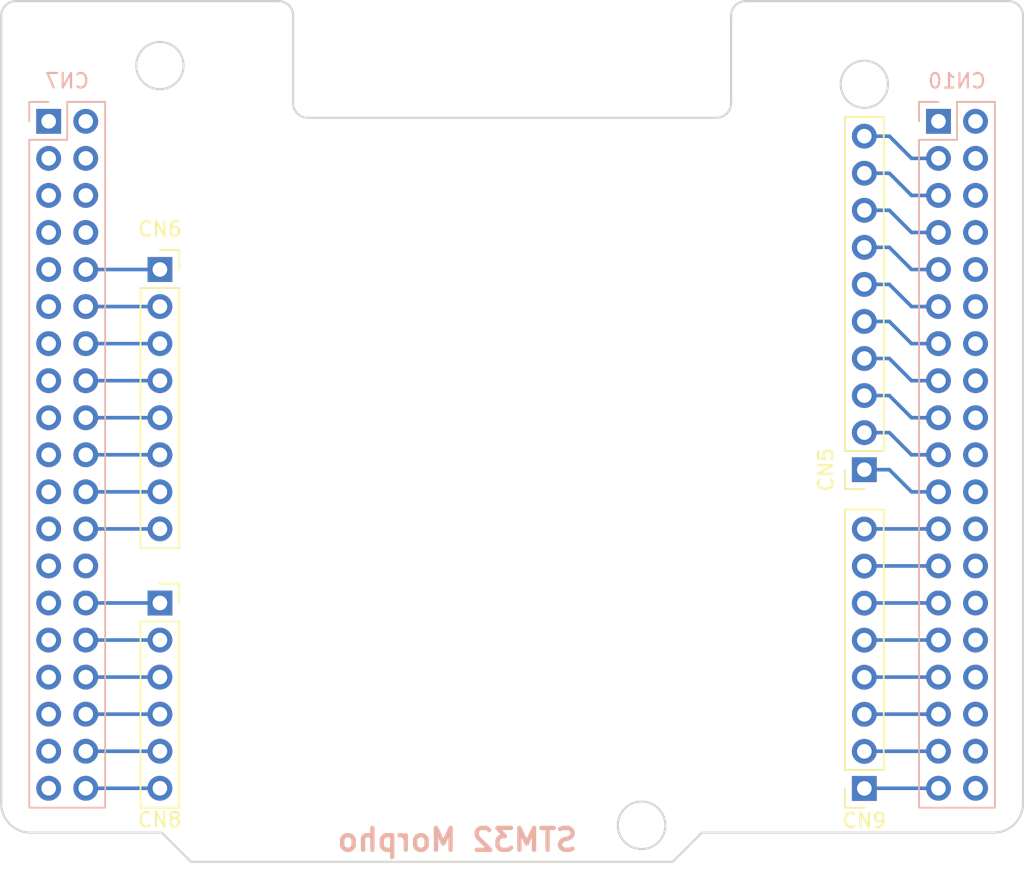
<source format=kicad_pcb>
(kicad_pcb (version 20171130) (host pcbnew 5.1.8+dfsg1-1~bpo10+1)

  (general
    (thickness 1.6)
    (drawings 26)
    (tracks 52)
    (zones 0)
    (modules 6)
    (nets 77)
  )

  (page A4)
  (layers
    (0 F.Cu signal)
    (31 B.Cu signal)
    (32 B.Adhes user)
    (33 F.Adhes user)
    (34 B.Paste user)
    (35 F.Paste user)
    (36 B.SilkS user)
    (37 F.SilkS user)
    (38 B.Mask user)
    (39 F.Mask user)
    (40 Dwgs.User user)
    (41 Cmts.User user)
    (42 Eco1.User user)
    (43 Eco2.User user)
    (44 Edge.Cuts user)
    (45 Margin user)
    (46 B.CrtYd user)
    (47 F.CrtYd user)
    (48 B.Fab user hide)
    (49 F.Fab user)
  )

  (setup
    (last_trace_width 0.25)
    (trace_clearance 0.2)
    (zone_clearance 0.508)
    (zone_45_only no)
    (trace_min 0.2)
    (via_size 0.6)
    (via_drill 0.4)
    (via_min_size 0.4)
    (via_min_drill 0.3)
    (uvia_size 0.3)
    (uvia_drill 0.1)
    (uvias_allowed no)
    (uvia_min_size 0.2)
    (uvia_min_drill 0.1)
    (edge_width 0.15)
    (segment_width 0.2)
    (pcb_text_width 0.3)
    (pcb_text_size 1.5 1.5)
    (mod_edge_width 0.15)
    (mod_text_size 1 1)
    (mod_text_width 0.15)
    (pad_size 1.524 1.524)
    (pad_drill 0.762)
    (pad_to_mask_clearance 0.2)
    (aux_axis_origin 130 120)
    (grid_origin 130 120)
    (visible_elements FFFFFF7F)
    (pcbplotparams
      (layerselection 0x00030_80000001)
      (usegerberextensions false)
      (usegerberattributes true)
      (usegerberadvancedattributes true)
      (creategerberjobfile true)
      (excludeedgelayer true)
      (linewidth 0.100000)
      (plotframeref false)
      (viasonmask false)
      (mode 1)
      (useauxorigin false)
      (hpglpennumber 1)
      (hpglpenspeed 20)
      (hpglpendiameter 15.000000)
      (psnegative false)
      (psa4output false)
      (plotreference true)
      (plotvalue true)
      (plotinvisibletext false)
      (padsonsilk false)
      (subtractmaskfromsilk false)
      (outputformat 1)
      (mirror false)
      (drillshape 1)
      (scaleselection 1)
      (outputdirectory ""))
  )

  (net 0 "")
  (net 1 "Net-(CN7-Pad1)")
  (net 2 "Net-(CN7-Pad2)")
  (net 3 "Net-(CN7-Pad3)")
  (net 4 "Net-(CN7-Pad4)")
  (net 5 "Net-(CN7-Pad5)")
  (net 6 "Net-(CN7-Pad6)")
  (net 7 "Net-(CN7-Pad7)")
  (net 8 "Net-(CN7-Pad8)")
  (net 9 "Net-(CN7-Pad9)")
  (net 10 "Net-(CN7-Pad11)")
  (net 11 "Net-(CN7-Pad13)")
  (net 12 "Net-(CN7-Pad15)")
  (net 13 "Net-(CN7-Pad17)")
  (net 14 "Net-(CN7-Pad19)")
  (net 15 "Net-(CN7-Pad21)")
  (net 16 "Net-(CN7-Pad23)")
  (net 17 "Net-(CN7-Pad25)")
  (net 18 "Net-(CN7-Pad26)")
  (net 19 "Net-(CN7-Pad27)")
  (net 20 "Net-(CN7-Pad28)")
  (net 21 "Net-(CN7-Pad29)")
  (net 22 "Net-(CN7-Pad30)")
  (net 23 "Net-(CN7-Pad31)")
  (net 24 "Net-(CN7-Pad32)")
  (net 25 "Net-(CN7-Pad33)")
  (net 26 "Net-(CN7-Pad34)")
  (net 27 "Net-(CN7-Pad35)")
  (net 28 "Net-(CN7-Pad36)")
  (net 29 "Net-(CN7-Pad37)")
  (net 30 "Net-(CN7-Pad38)")
  (net 31 "Net-(CN10-Pad1)")
  (net 32 "Net-(CN10-Pad2)")
  (net 33 "Net-(CN10-Pad3)")
  (net 34 "Net-(CN10-Pad4)")
  (net 35 "Net-(CN10-Pad5)")
  (net 36 "Net-(CN10-Pad6)")
  (net 37 "Net-(CN10-Pad7)")
  (net 38 "Net-(CN10-Pad8)")
  (net 39 "Net-(CN10-Pad9)")
  (net 40 "Net-(CN10-Pad10)")
  (net 41 "Net-(CN10-Pad11)")
  (net 42 "Net-(CN10-Pad12)")
  (net 43 "Net-(CN10-Pad13)")
  (net 44 "Net-(CN10-Pad14)")
  (net 45 "Net-(CN10-Pad15)")
  (net 46 "Net-(CN10-Pad16)")
  (net 47 "Net-(CN10-Pad17)")
  (net 48 "Net-(CN10-Pad18)")
  (net 49 "Net-(CN10-Pad19)")
  (net 50 "Net-(CN10-Pad20)")
  (net 51 "Net-(CN10-Pad21)")
  (net 52 "Net-(CN10-Pad22)")
  (net 53 "Net-(CN10-Pad23)")
  (net 54 "Net-(CN10-Pad24)")
  (net 55 "Net-(CN10-Pad25)")
  (net 56 "Net-(CN10-Pad26)")
  (net 57 "Net-(CN10-Pad27)")
  (net 58 "Net-(CN10-Pad28)")
  (net 59 "Net-(CN10-Pad29)")
  (net 60 "Net-(CN10-Pad30)")
  (net 61 "Net-(CN10-Pad31)")
  (net 62 "Net-(CN10-Pad32)")
  (net 63 "Net-(CN10-Pad33)")
  (net 64 "Net-(CN10-Pad34)")
  (net 65 "Net-(CN10-Pad35)")
  (net 66 "Net-(CN10-Pad36)")
  (net 67 "Net-(CN10-Pad37)")
  (net 68 "Net-(CN10-Pad38)")
  (net 69 "Net-(CN6-Pad8)")
  (net 70 "Net-(CN6-Pad7)")
  (net 71 "Net-(CN6-Pad6)")
  (net 72 "Net-(CN6-Pad5)")
  (net 73 "Net-(CN6-Pad4)")
  (net 74 "Net-(CN6-Pad3)")
  (net 75 "Net-(CN6-Pad2)")
  (net 76 "Net-(CN6-Pad1)")

  (net_class Default "This is the default net class."
    (clearance 0.2)
    (trace_width 0.25)
    (via_dia 0.6)
    (via_drill 0.4)
    (uvia_dia 0.3)
    (uvia_drill 0.1)
    (add_net "Net-(CN10-Pad1)")
    (add_net "Net-(CN10-Pad10)")
    (add_net "Net-(CN10-Pad11)")
    (add_net "Net-(CN10-Pad12)")
    (add_net "Net-(CN10-Pad13)")
    (add_net "Net-(CN10-Pad14)")
    (add_net "Net-(CN10-Pad15)")
    (add_net "Net-(CN10-Pad16)")
    (add_net "Net-(CN10-Pad17)")
    (add_net "Net-(CN10-Pad18)")
    (add_net "Net-(CN10-Pad19)")
    (add_net "Net-(CN10-Pad2)")
    (add_net "Net-(CN10-Pad20)")
    (add_net "Net-(CN10-Pad21)")
    (add_net "Net-(CN10-Pad22)")
    (add_net "Net-(CN10-Pad23)")
    (add_net "Net-(CN10-Pad24)")
    (add_net "Net-(CN10-Pad25)")
    (add_net "Net-(CN10-Pad26)")
    (add_net "Net-(CN10-Pad27)")
    (add_net "Net-(CN10-Pad28)")
    (add_net "Net-(CN10-Pad29)")
    (add_net "Net-(CN10-Pad3)")
    (add_net "Net-(CN10-Pad30)")
    (add_net "Net-(CN10-Pad31)")
    (add_net "Net-(CN10-Pad32)")
    (add_net "Net-(CN10-Pad33)")
    (add_net "Net-(CN10-Pad34)")
    (add_net "Net-(CN10-Pad35)")
    (add_net "Net-(CN10-Pad36)")
    (add_net "Net-(CN10-Pad37)")
    (add_net "Net-(CN10-Pad38)")
    (add_net "Net-(CN10-Pad4)")
    (add_net "Net-(CN10-Pad5)")
    (add_net "Net-(CN10-Pad6)")
    (add_net "Net-(CN10-Pad7)")
    (add_net "Net-(CN10-Pad8)")
    (add_net "Net-(CN10-Pad9)")
    (add_net "Net-(CN6-Pad1)")
    (add_net "Net-(CN6-Pad2)")
    (add_net "Net-(CN6-Pad3)")
    (add_net "Net-(CN6-Pad4)")
    (add_net "Net-(CN6-Pad5)")
    (add_net "Net-(CN6-Pad6)")
    (add_net "Net-(CN6-Pad7)")
    (add_net "Net-(CN6-Pad8)")
    (add_net "Net-(CN7-Pad1)")
    (add_net "Net-(CN7-Pad11)")
    (add_net "Net-(CN7-Pad13)")
    (add_net "Net-(CN7-Pad15)")
    (add_net "Net-(CN7-Pad17)")
    (add_net "Net-(CN7-Pad19)")
    (add_net "Net-(CN7-Pad2)")
    (add_net "Net-(CN7-Pad21)")
    (add_net "Net-(CN7-Pad23)")
    (add_net "Net-(CN7-Pad25)")
    (add_net "Net-(CN7-Pad26)")
    (add_net "Net-(CN7-Pad27)")
    (add_net "Net-(CN7-Pad28)")
    (add_net "Net-(CN7-Pad29)")
    (add_net "Net-(CN7-Pad3)")
    (add_net "Net-(CN7-Pad30)")
    (add_net "Net-(CN7-Pad31)")
    (add_net "Net-(CN7-Pad32)")
    (add_net "Net-(CN7-Pad33)")
    (add_net "Net-(CN7-Pad34)")
    (add_net "Net-(CN7-Pad35)")
    (add_net "Net-(CN7-Pad36)")
    (add_net "Net-(CN7-Pad37)")
    (add_net "Net-(CN7-Pad38)")
    (add_net "Net-(CN7-Pad4)")
    (add_net "Net-(CN7-Pad5)")
    (add_net "Net-(CN7-Pad6)")
    (add_net "Net-(CN7-Pad7)")
    (add_net "Net-(CN7-Pad8)")
    (add_net "Net-(CN7-Pad9)")
  )

  (module Connector_PinSocket_2.54mm:PinSocket_1x08_P2.54mm_Vertical (layer F.Cu) (tedit 5A19A420) (tstamp 606D72CC)
    (at 189.13 116.97 180)
    (descr "Through hole straight socket strip, 1x08, 2.54mm pitch, single row (from Kicad 4.0.7), script generated")
    (tags "Through hole socket strip THT 1x08 2.54mm single row")
    (path /60687881)
    (fp_text reference CN9 (at 0 -2.2) (layer F.SilkS)
      (effects (font (size 1 1) (thickness 0.15)))
    )
    (fp_text value Conn_01x08_Female (at 0 20.55) (layer F.Fab)
      (effects (font (size 1 1) (thickness 0.15)))
    )
    (fp_text user %R (at 0 8.89 90) (layer F.Fab)
      (effects (font (size 1 1) (thickness 0.15)))
    )
    (fp_line (start -1.27 -1.27) (end 0.635 -1.27) (layer F.Fab) (width 0.1))
    (fp_line (start 0.635 -1.27) (end 1.27 -0.635) (layer F.Fab) (width 0.1))
    (fp_line (start 1.27 -0.635) (end 1.27 19.05) (layer F.Fab) (width 0.1))
    (fp_line (start 1.27 19.05) (end -1.27 19.05) (layer F.Fab) (width 0.1))
    (fp_line (start -1.27 19.05) (end -1.27 -1.27) (layer F.Fab) (width 0.1))
    (fp_line (start -1.33 1.27) (end 1.33 1.27) (layer F.SilkS) (width 0.12))
    (fp_line (start -1.33 1.27) (end -1.33 19.11) (layer F.SilkS) (width 0.12))
    (fp_line (start -1.33 19.11) (end 1.33 19.11) (layer F.SilkS) (width 0.12))
    (fp_line (start 1.33 1.27) (end 1.33 19.11) (layer F.SilkS) (width 0.12))
    (fp_line (start 1.33 -1.33) (end 1.33 0) (layer F.SilkS) (width 0.12))
    (fp_line (start 0 -1.33) (end 1.33 -1.33) (layer F.SilkS) (width 0.12))
    (fp_line (start -1.8 -1.8) (end 1.75 -1.8) (layer F.CrtYd) (width 0.05))
    (fp_line (start 1.75 -1.8) (end 1.75 19.55) (layer F.CrtYd) (width 0.05))
    (fp_line (start 1.75 19.55) (end -1.8 19.55) (layer F.CrtYd) (width 0.05))
    (fp_line (start -1.8 19.55) (end -1.8 -1.8) (layer F.CrtYd) (width 0.05))
    (pad 1 thru_hole rect (at 0 0 180) (size 1.7 1.7) (drill 1) (layers *.Cu *.Mask)
      (net 67 "Net-(CN10-Pad37)"))
    (pad 2 thru_hole oval (at 0 2.54 180) (size 1.7 1.7) (drill 1) (layers *.Cu *.Mask)
      (net 65 "Net-(CN10-Pad35)"))
    (pad 3 thru_hole oval (at 0 5.08 180) (size 1.7 1.7) (drill 1) (layers *.Cu *.Mask)
      (net 63 "Net-(CN10-Pad33)"))
    (pad 4 thru_hole oval (at 0 7.62 180) (size 1.7 1.7) (drill 1) (layers *.Cu *.Mask)
      (net 61 "Net-(CN10-Pad31)"))
    (pad 5 thru_hole oval (at 0 10.16 180) (size 1.7 1.7) (drill 1) (layers *.Cu *.Mask)
      (net 59 "Net-(CN10-Pad29)"))
    (pad 6 thru_hole oval (at 0 12.7 180) (size 1.7 1.7) (drill 1) (layers *.Cu *.Mask)
      (net 57 "Net-(CN10-Pad27)"))
    (pad 7 thru_hole oval (at 0 15.24 180) (size 1.7 1.7) (drill 1) (layers *.Cu *.Mask)
      (net 55 "Net-(CN10-Pad25)"))
    (pad 8 thru_hole oval (at 0 17.78 180) (size 1.7 1.7) (drill 1) (layers *.Cu *.Mask)
      (net 53 "Net-(CN10-Pad23)"))
    (model ${KISYS3DMOD}/Connector_PinSocket_2.54mm.3dshapes/PinSocket_1x08_P2.54mm_Vertical.wrl
      (at (xyz 0 0 0))
      (scale (xyz 1 1 1))
      (rotate (xyz 0 0 0))
    )
  )

  (module Connector_PinSocket_2.54mm:PinSocket_1x10_P2.54mm_Vertical (layer F.Cu) (tedit 5A19A425) (tstamp 606D7145)
    (at 189.13 95.12 180)
    (descr "Through hole straight socket strip, 1x10, 2.54mm pitch, single row (from Kicad 4.0.7), script generated")
    (tags "Through hole socket strip THT 1x10 2.54mm single row")
    (path /60689832)
    (fp_text reference CN5 (at 2.63 -0.01 90) (layer F.SilkS)
      (effects (font (size 1 1) (thickness 0.15)))
    )
    (fp_text value Conn_01x10_Female (at 0 25.63) (layer F.Fab)
      (effects (font (size 1 1) (thickness 0.15)))
    )
    (fp_text user %R (at 0 11.43 90) (layer F.Fab)
      (effects (font (size 1 1) (thickness 0.15)))
    )
    (fp_line (start -1.27 -1.27) (end 0.635 -1.27) (layer F.Fab) (width 0.1))
    (fp_line (start 0.635 -1.27) (end 1.27 -0.635) (layer F.Fab) (width 0.1))
    (fp_line (start 1.27 -0.635) (end 1.27 24.13) (layer F.Fab) (width 0.1))
    (fp_line (start 1.27 24.13) (end -1.27 24.13) (layer F.Fab) (width 0.1))
    (fp_line (start -1.27 24.13) (end -1.27 -1.27) (layer F.Fab) (width 0.1))
    (fp_line (start -1.33 1.27) (end 1.33 1.27) (layer F.SilkS) (width 0.12))
    (fp_line (start -1.33 1.27) (end -1.33 24.19) (layer F.SilkS) (width 0.12))
    (fp_line (start -1.33 24.19) (end 1.33 24.19) (layer F.SilkS) (width 0.12))
    (fp_line (start 1.33 1.27) (end 1.33 24.19) (layer F.SilkS) (width 0.12))
    (fp_line (start 1.33 -1.33) (end 1.33 0) (layer F.SilkS) (width 0.12))
    (fp_line (start 0 -1.33) (end 1.33 -1.33) (layer F.SilkS) (width 0.12))
    (fp_line (start -1.8 -1.8) (end 1.75 -1.8) (layer F.CrtYd) (width 0.05))
    (fp_line (start 1.75 -1.8) (end 1.75 24.6) (layer F.CrtYd) (width 0.05))
    (fp_line (start 1.75 24.6) (end -1.8 24.6) (layer F.CrtYd) (width 0.05))
    (fp_line (start -1.8 24.6) (end -1.8 -1.8) (layer F.CrtYd) (width 0.05))
    (pad 1 thru_hole rect (at 0 0 180) (size 1.7 1.7) (drill 1) (layers *.Cu *.Mask)
      (net 51 "Net-(CN10-Pad21)"))
    (pad 2 thru_hole oval (at 0 2.54 180) (size 1.7 1.7) (drill 1) (layers *.Cu *.Mask)
      (net 49 "Net-(CN10-Pad19)"))
    (pad 3 thru_hole oval (at 0 5.08 180) (size 1.7 1.7) (drill 1) (layers *.Cu *.Mask)
      (net 47 "Net-(CN10-Pad17)"))
    (pad 4 thru_hole oval (at 0 7.62 180) (size 1.7 1.7) (drill 1) (layers *.Cu *.Mask)
      (net 45 "Net-(CN10-Pad15)"))
    (pad 5 thru_hole oval (at 0 10.16 180) (size 1.7 1.7) (drill 1) (layers *.Cu *.Mask)
      (net 43 "Net-(CN10-Pad13)"))
    (pad 6 thru_hole oval (at 0 12.7 180) (size 1.7 1.7) (drill 1) (layers *.Cu *.Mask)
      (net 41 "Net-(CN10-Pad11)"))
    (pad 7 thru_hole oval (at 0 15.24 180) (size 1.7 1.7) (drill 1) (layers *.Cu *.Mask)
      (net 39 "Net-(CN10-Pad9)"))
    (pad 8 thru_hole oval (at 0 17.78 180) (size 1.7 1.7) (drill 1) (layers *.Cu *.Mask)
      (net 37 "Net-(CN10-Pad7)"))
    (pad 9 thru_hole oval (at 0 20.32 180) (size 1.7 1.7) (drill 1) (layers *.Cu *.Mask)
      (net 35 "Net-(CN10-Pad5)"))
    (pad 10 thru_hole oval (at 0 22.86 180) (size 1.7 1.7) (drill 1) (layers *.Cu *.Mask)
      (net 33 "Net-(CN10-Pad3)"))
    (model ${KISYS3DMOD}/Connector_PinSocket_2.54mm.3dshapes/PinSocket_1x10_P2.54mm_Vertical.wrl
      (at (xyz 0 0 0))
      (scale (xyz 1 1 1))
      (rotate (xyz 0 0 0))
    )
  )

  (module Connector_PinSocket_2.54mm:PinSocket_1x06_P2.54mm_Vertical (layer F.Cu) (tedit 5A19A430) (tstamp 60691FF2)
    (at 140.87 104.26)
    (descr "Through hole straight socket strip, 1x06, 2.54mm pitch, single row (from Kicad 4.0.7), script generated")
    (tags "Through hole socket strip THT 1x06 2.54mm single row")
    (path /60683B20)
    (fp_text reference CN8 (at -0.01 14.87) (layer F.SilkS)
      (effects (font (size 1 1) (thickness 0.15)))
    )
    (fp_text value Conn_01x06_Female (at 0 15.47) (layer F.Fab)
      (effects (font (size 1 1) (thickness 0.15)))
    )
    (fp_line (start -1.8 14.45) (end -1.8 -1.8) (layer F.CrtYd) (width 0.05))
    (fp_line (start 1.75 14.45) (end -1.8 14.45) (layer F.CrtYd) (width 0.05))
    (fp_line (start 1.75 -1.8) (end 1.75 14.45) (layer F.CrtYd) (width 0.05))
    (fp_line (start -1.8 -1.8) (end 1.75 -1.8) (layer F.CrtYd) (width 0.05))
    (fp_line (start 0 -1.33) (end 1.33 -1.33) (layer F.SilkS) (width 0.12))
    (fp_line (start 1.33 -1.33) (end 1.33 0) (layer F.SilkS) (width 0.12))
    (fp_line (start 1.33 1.27) (end 1.33 14.03) (layer F.SilkS) (width 0.12))
    (fp_line (start -1.33 14.03) (end 1.33 14.03) (layer F.SilkS) (width 0.12))
    (fp_line (start -1.33 1.27) (end -1.33 14.03) (layer F.SilkS) (width 0.12))
    (fp_line (start -1.33 1.27) (end 1.33 1.27) (layer F.SilkS) (width 0.12))
    (fp_line (start -1.27 13.97) (end -1.27 -1.27) (layer F.Fab) (width 0.1))
    (fp_line (start 1.27 13.97) (end -1.27 13.97) (layer F.Fab) (width 0.1))
    (fp_line (start 1.27 -0.635) (end 1.27 13.97) (layer F.Fab) (width 0.1))
    (fp_line (start 0.635 -1.27) (end 1.27 -0.635) (layer F.Fab) (width 0.1))
    (fp_line (start -1.27 -1.27) (end 0.635 -1.27) (layer F.Fab) (width 0.1))
    (fp_text user %R (at 0 6.35 90) (layer F.Fab)
      (effects (font (size 1 1) (thickness 0.15)))
    )
    (pad 6 thru_hole oval (at 0 12.7) (size 1.7 1.7) (drill 1) (layers *.Cu *.Mask)
      (net 30 "Net-(CN7-Pad38)"))
    (pad 5 thru_hole oval (at 0 10.16) (size 1.7 1.7) (drill 1) (layers *.Cu *.Mask)
      (net 28 "Net-(CN7-Pad36)"))
    (pad 4 thru_hole oval (at 0 7.62) (size 1.7 1.7) (drill 1) (layers *.Cu *.Mask)
      (net 26 "Net-(CN7-Pad34)"))
    (pad 3 thru_hole oval (at 0 5.08) (size 1.7 1.7) (drill 1) (layers *.Cu *.Mask)
      (net 24 "Net-(CN7-Pad32)"))
    (pad 2 thru_hole oval (at 0 2.54) (size 1.7 1.7) (drill 1) (layers *.Cu *.Mask)
      (net 22 "Net-(CN7-Pad30)"))
    (pad 1 thru_hole rect (at 0 0) (size 1.7 1.7) (drill 1) (layers *.Cu *.Mask)
      (net 20 "Net-(CN7-Pad28)"))
    (model ${KISYS3DMOD}/Connector_PinSocket_2.54mm.3dshapes/PinSocket_1x06_P2.54mm_Vertical.wrl
      (at (xyz 0 0 0))
      (scale (xyz 1 1 1))
      (rotate (xyz 0 0 0))
    )
  )

  (module Connector_PinSocket_2.54mm:PinSocket_1x08_P2.54mm_Vertical (layer F.Cu) (tedit 5A19A420) (tstamp 606D793B)
    (at 140.87 81.4)
    (descr "Through hole straight socket strip, 1x08, 2.54mm pitch, single row (from Kicad 4.0.7), script generated")
    (tags "Through hole socket strip THT 1x08 2.54mm single row")
    (path /606861C2)
    (fp_text reference CN6 (at 0 -2.77) (layer F.SilkS)
      (effects (font (size 1 1) (thickness 0.15)))
    )
    (fp_text value Conn_01x08_Female (at 0 20.55) (layer F.Fab)
      (effects (font (size 1 1) (thickness 0.15)))
    )
    (fp_line (start -1.8 19.55) (end -1.8 -1.8) (layer F.CrtYd) (width 0.05))
    (fp_line (start 1.75 19.55) (end -1.8 19.55) (layer F.CrtYd) (width 0.05))
    (fp_line (start 1.75 -1.8) (end 1.75 19.55) (layer F.CrtYd) (width 0.05))
    (fp_line (start -1.8 -1.8) (end 1.75 -1.8) (layer F.CrtYd) (width 0.05))
    (fp_line (start 0 -1.33) (end 1.33 -1.33) (layer F.SilkS) (width 0.12))
    (fp_line (start 1.33 -1.33) (end 1.33 0) (layer F.SilkS) (width 0.12))
    (fp_line (start 1.33 1.27) (end 1.33 19.11) (layer F.SilkS) (width 0.12))
    (fp_line (start -1.33 19.11) (end 1.33 19.11) (layer F.SilkS) (width 0.12))
    (fp_line (start -1.33 1.27) (end -1.33 19.11) (layer F.SilkS) (width 0.12))
    (fp_line (start -1.33 1.27) (end 1.33 1.27) (layer F.SilkS) (width 0.12))
    (fp_line (start -1.27 19.05) (end -1.27 -1.27) (layer F.Fab) (width 0.1))
    (fp_line (start 1.27 19.05) (end -1.27 19.05) (layer F.Fab) (width 0.1))
    (fp_line (start 1.27 -0.635) (end 1.27 19.05) (layer F.Fab) (width 0.1))
    (fp_line (start 0.635 -1.27) (end 1.27 -0.635) (layer F.Fab) (width 0.1))
    (fp_line (start -1.27 -1.27) (end 0.635 -1.27) (layer F.Fab) (width 0.1))
    (fp_text user %R (at 0 8.89 90) (layer F.Fab)
      (effects (font (size 1 1) (thickness 0.15)))
    )
    (pad 8 thru_hole oval (at 0 17.78) (size 1.7 1.7) (drill 1) (layers *.Cu *.Mask)
      (net 69 "Net-(CN6-Pad8)"))
    (pad 7 thru_hole oval (at 0 15.24) (size 1.7 1.7) (drill 1) (layers *.Cu *.Mask)
      (net 70 "Net-(CN6-Pad7)"))
    (pad 6 thru_hole oval (at 0 12.7) (size 1.7 1.7) (drill 1) (layers *.Cu *.Mask)
      (net 71 "Net-(CN6-Pad6)"))
    (pad 5 thru_hole oval (at 0 10.16) (size 1.7 1.7) (drill 1) (layers *.Cu *.Mask)
      (net 72 "Net-(CN6-Pad5)"))
    (pad 4 thru_hole oval (at 0 7.62) (size 1.7 1.7) (drill 1) (layers *.Cu *.Mask)
      (net 73 "Net-(CN6-Pad4)"))
    (pad 3 thru_hole oval (at 0 5.08) (size 1.7 1.7) (drill 1) (layers *.Cu *.Mask)
      (net 74 "Net-(CN6-Pad3)"))
    (pad 2 thru_hole oval (at 0 2.54) (size 1.7 1.7) (drill 1) (layers *.Cu *.Mask)
      (net 75 "Net-(CN6-Pad2)"))
    (pad 1 thru_hole rect (at 0 0) (size 1.7 1.7) (drill 1) (layers *.Cu *.Mask)
      (net 76 "Net-(CN6-Pad1)"))
    (model ${KISYS3DMOD}/Connector_PinSocket_2.54mm.3dshapes/PinSocket_1x08_P2.54mm_Vertical.wrl
      (at (xyz 0 0 0))
      (scale (xyz 1 1 1))
      (rotate (xyz 0 0 0))
    )
  )

  (module Connector_PinSocket_2.54mm:PinSocket_2x19_P2.54mm_Vertical (layer B.Cu) (tedit 5A19A42E) (tstamp 6068FB79)
    (at 194.21 71.24 180)
    (descr "Through hole straight socket strip, 2x19, 2.54mm pitch, double cols (from Kicad 4.0.7), script generated")
    (tags "Through hole socket strip THT 2x19 2.54mm double row")
    (path /5F9F448E)
    (fp_text reference CN10 (at -1.27 2.77) (layer B.SilkS)
      (effects (font (size 1 1) (thickness 0.15)) (justify mirror))
    )
    (fp_text value Conn_02x19_Odd_Even (at -1.27 -48.49) (layer B.Fab)
      (effects (font (size 1 1) (thickness 0.15)) (justify mirror))
    )
    (fp_line (start -4.34 -47.5) (end -4.34 1.8) (layer B.CrtYd) (width 0.05))
    (fp_line (start 1.76 -47.5) (end -4.34 -47.5) (layer B.CrtYd) (width 0.05))
    (fp_line (start 1.76 1.8) (end 1.76 -47.5) (layer B.CrtYd) (width 0.05))
    (fp_line (start -4.34 1.8) (end 1.76 1.8) (layer B.CrtYd) (width 0.05))
    (fp_line (start 0 1.33) (end 1.33 1.33) (layer B.SilkS) (width 0.12))
    (fp_line (start 1.33 1.33) (end 1.33 0) (layer B.SilkS) (width 0.12))
    (fp_line (start -1.27 1.33) (end -1.27 -1.27) (layer B.SilkS) (width 0.12))
    (fp_line (start -1.27 -1.27) (end 1.33 -1.27) (layer B.SilkS) (width 0.12))
    (fp_line (start 1.33 -1.27) (end 1.33 -47.05) (layer B.SilkS) (width 0.12))
    (fp_line (start -3.87 -47.05) (end 1.33 -47.05) (layer B.SilkS) (width 0.12))
    (fp_line (start -3.87 1.33) (end -3.87 -47.05) (layer B.SilkS) (width 0.12))
    (fp_line (start -3.87 1.33) (end -1.27 1.33) (layer B.SilkS) (width 0.12))
    (fp_line (start -3.81 -46.99) (end -3.81 1.27) (layer B.Fab) (width 0.1))
    (fp_line (start 1.27 -46.99) (end -3.81 -46.99) (layer B.Fab) (width 0.1))
    (fp_line (start 1.27 0.27) (end 1.27 -46.99) (layer B.Fab) (width 0.1))
    (fp_line (start 0.27 1.27) (end 1.27 0.27) (layer B.Fab) (width 0.1))
    (fp_line (start -3.81 1.27) (end 0.27 1.27) (layer B.Fab) (width 0.1))
    (fp_text user %R (at -1.27 -22.86 270) (layer B.Fab)
      (effects (font (size 1 1) (thickness 0.15)) (justify mirror))
    )
    (pad 38 thru_hole oval (at -2.54 -45.72 180) (size 1.7 1.7) (drill 1) (layers *.Cu *.Mask)
      (net 68 "Net-(CN10-Pad38)"))
    (pad 37 thru_hole oval (at 0 -45.72 180) (size 1.7 1.7) (drill 1) (layers *.Cu *.Mask)
      (net 67 "Net-(CN10-Pad37)"))
    (pad 36 thru_hole oval (at -2.54 -43.18 180) (size 1.7 1.7) (drill 1) (layers *.Cu *.Mask)
      (net 66 "Net-(CN10-Pad36)"))
    (pad 35 thru_hole oval (at 0 -43.18 180) (size 1.7 1.7) (drill 1) (layers *.Cu *.Mask)
      (net 65 "Net-(CN10-Pad35)"))
    (pad 34 thru_hole oval (at -2.54 -40.64 180) (size 1.7 1.7) (drill 1) (layers *.Cu *.Mask)
      (net 64 "Net-(CN10-Pad34)"))
    (pad 33 thru_hole oval (at 0 -40.64 180) (size 1.7 1.7) (drill 1) (layers *.Cu *.Mask)
      (net 63 "Net-(CN10-Pad33)"))
    (pad 32 thru_hole oval (at -2.54 -38.1 180) (size 1.7 1.7) (drill 1) (layers *.Cu *.Mask)
      (net 62 "Net-(CN10-Pad32)"))
    (pad 31 thru_hole oval (at 0 -38.1 180) (size 1.7 1.7) (drill 1) (layers *.Cu *.Mask)
      (net 61 "Net-(CN10-Pad31)"))
    (pad 30 thru_hole oval (at -2.54 -35.56 180) (size 1.7 1.7) (drill 1) (layers *.Cu *.Mask)
      (net 60 "Net-(CN10-Pad30)"))
    (pad 29 thru_hole oval (at 0 -35.56 180) (size 1.7 1.7) (drill 1) (layers *.Cu *.Mask)
      (net 59 "Net-(CN10-Pad29)"))
    (pad 28 thru_hole oval (at -2.54 -33.02 180) (size 1.7 1.7) (drill 1) (layers *.Cu *.Mask)
      (net 58 "Net-(CN10-Pad28)"))
    (pad 27 thru_hole oval (at 0 -33.02 180) (size 1.7 1.7) (drill 1) (layers *.Cu *.Mask)
      (net 57 "Net-(CN10-Pad27)"))
    (pad 26 thru_hole oval (at -2.54 -30.48 180) (size 1.7 1.7) (drill 1) (layers *.Cu *.Mask)
      (net 56 "Net-(CN10-Pad26)"))
    (pad 25 thru_hole oval (at 0 -30.48 180) (size 1.7 1.7) (drill 1) (layers *.Cu *.Mask)
      (net 55 "Net-(CN10-Pad25)"))
    (pad 24 thru_hole oval (at -2.54 -27.94 180) (size 1.7 1.7) (drill 1) (layers *.Cu *.Mask)
      (net 54 "Net-(CN10-Pad24)"))
    (pad 23 thru_hole oval (at 0 -27.94 180) (size 1.7 1.7) (drill 1) (layers *.Cu *.Mask)
      (net 53 "Net-(CN10-Pad23)"))
    (pad 22 thru_hole oval (at -2.54 -25.4 180) (size 1.7 1.7) (drill 1) (layers *.Cu *.Mask)
      (net 52 "Net-(CN10-Pad22)"))
    (pad 21 thru_hole oval (at 0 -25.4 180) (size 1.7 1.7) (drill 1) (layers *.Cu *.Mask)
      (net 51 "Net-(CN10-Pad21)"))
    (pad 20 thru_hole oval (at -2.54 -22.86 180) (size 1.7 1.7) (drill 1) (layers *.Cu *.Mask)
      (net 50 "Net-(CN10-Pad20)"))
    (pad 19 thru_hole oval (at 0 -22.86 180) (size 1.7 1.7) (drill 1) (layers *.Cu *.Mask)
      (net 49 "Net-(CN10-Pad19)"))
    (pad 18 thru_hole oval (at -2.54 -20.32 180) (size 1.7 1.7) (drill 1) (layers *.Cu *.Mask)
      (net 48 "Net-(CN10-Pad18)"))
    (pad 17 thru_hole oval (at 0 -20.32 180) (size 1.7 1.7) (drill 1) (layers *.Cu *.Mask)
      (net 47 "Net-(CN10-Pad17)"))
    (pad 16 thru_hole oval (at -2.54 -17.78 180) (size 1.7 1.7) (drill 1) (layers *.Cu *.Mask)
      (net 46 "Net-(CN10-Pad16)"))
    (pad 15 thru_hole oval (at 0 -17.78 180) (size 1.7 1.7) (drill 1) (layers *.Cu *.Mask)
      (net 45 "Net-(CN10-Pad15)"))
    (pad 14 thru_hole oval (at -2.54 -15.24 180) (size 1.7 1.7) (drill 1) (layers *.Cu *.Mask)
      (net 44 "Net-(CN10-Pad14)"))
    (pad 13 thru_hole oval (at 0 -15.24 180) (size 1.7 1.7) (drill 1) (layers *.Cu *.Mask)
      (net 43 "Net-(CN10-Pad13)"))
    (pad 12 thru_hole oval (at -2.54 -12.7 180) (size 1.7 1.7) (drill 1) (layers *.Cu *.Mask)
      (net 42 "Net-(CN10-Pad12)"))
    (pad 11 thru_hole oval (at 0 -12.7 180) (size 1.7 1.7) (drill 1) (layers *.Cu *.Mask)
      (net 41 "Net-(CN10-Pad11)"))
    (pad 10 thru_hole oval (at -2.54 -10.16 180) (size 1.7 1.7) (drill 1) (layers *.Cu *.Mask)
      (net 40 "Net-(CN10-Pad10)"))
    (pad 9 thru_hole oval (at 0 -10.16 180) (size 1.7 1.7) (drill 1) (layers *.Cu *.Mask)
      (net 39 "Net-(CN10-Pad9)"))
    (pad 8 thru_hole oval (at -2.54 -7.62 180) (size 1.7 1.7) (drill 1) (layers *.Cu *.Mask)
      (net 38 "Net-(CN10-Pad8)"))
    (pad 7 thru_hole oval (at 0 -7.62 180) (size 1.7 1.7) (drill 1) (layers *.Cu *.Mask)
      (net 37 "Net-(CN10-Pad7)"))
    (pad 6 thru_hole oval (at -2.54 -5.08 180) (size 1.7 1.7) (drill 1) (layers *.Cu *.Mask)
      (net 36 "Net-(CN10-Pad6)"))
    (pad 5 thru_hole oval (at 0 -5.08 180) (size 1.7 1.7) (drill 1) (layers *.Cu *.Mask)
      (net 35 "Net-(CN10-Pad5)"))
    (pad 4 thru_hole oval (at -2.54 -2.54 180) (size 1.7 1.7) (drill 1) (layers *.Cu *.Mask)
      (net 34 "Net-(CN10-Pad4)"))
    (pad 3 thru_hole oval (at 0 -2.54 180) (size 1.7 1.7) (drill 1) (layers *.Cu *.Mask)
      (net 33 "Net-(CN10-Pad3)"))
    (pad 2 thru_hole oval (at -2.54 0 180) (size 1.7 1.7) (drill 1) (layers *.Cu *.Mask)
      (net 32 "Net-(CN10-Pad2)"))
    (pad 1 thru_hole rect (at 0 0 180) (size 1.7 1.7) (drill 1) (layers *.Cu *.Mask)
      (net 31 "Net-(CN10-Pad1)"))
    (model ${KISYS3DMOD}/Connector_PinSocket_2.54mm.3dshapes/PinSocket_2x19_P2.54mm_Vertical.wrl
      (at (xyz 0 0 0))
      (scale (xyz 1 1 1))
      (rotate (xyz 0 0 0))
    )
  )

  (module Connector_PinSocket_2.54mm:PinSocket_2x19_P2.54mm_Vertical (layer B.Cu) (tedit 5A19A42E) (tstamp 6068FC3C)
    (at 133.25 71.24 180)
    (descr "Through hole straight socket strip, 2x19, 2.54mm pitch, double cols (from Kicad 4.0.7), script generated")
    (tags "Through hole socket strip THT 2x19 2.54mm double row")
    (path /5F9F2DD0)
    (fp_text reference CN7 (at -1.27 2.77) (layer B.SilkS)
      (effects (font (size 1 1) (thickness 0.15)) (justify mirror))
    )
    (fp_text value Conn_02x19_Odd_Even (at -1.27 -48.49) (layer B.Fab)
      (effects (font (size 1 1) (thickness 0.15)) (justify mirror))
    )
    (fp_line (start -4.34 -47.5) (end -4.34 1.8) (layer B.CrtYd) (width 0.05))
    (fp_line (start 1.76 -47.5) (end -4.34 -47.5) (layer B.CrtYd) (width 0.05))
    (fp_line (start 1.76 1.8) (end 1.76 -47.5) (layer B.CrtYd) (width 0.05))
    (fp_line (start -4.34 1.8) (end 1.76 1.8) (layer B.CrtYd) (width 0.05))
    (fp_line (start 0 1.33) (end 1.33 1.33) (layer B.SilkS) (width 0.12))
    (fp_line (start 1.33 1.33) (end 1.33 0) (layer B.SilkS) (width 0.12))
    (fp_line (start -1.27 1.33) (end -1.27 -1.27) (layer B.SilkS) (width 0.12))
    (fp_line (start -1.27 -1.27) (end 1.33 -1.27) (layer B.SilkS) (width 0.12))
    (fp_line (start 1.33 -1.27) (end 1.33 -47.05) (layer B.SilkS) (width 0.12))
    (fp_line (start -3.87 -47.05) (end 1.33 -47.05) (layer B.SilkS) (width 0.12))
    (fp_line (start -3.87 1.33) (end -3.87 -47.05) (layer B.SilkS) (width 0.12))
    (fp_line (start -3.87 1.33) (end -1.27 1.33) (layer B.SilkS) (width 0.12))
    (fp_line (start -3.81 -46.99) (end -3.81 1.27) (layer B.Fab) (width 0.1))
    (fp_line (start 1.27 -46.99) (end -3.81 -46.99) (layer B.Fab) (width 0.1))
    (fp_line (start 1.27 0.27) (end 1.27 -46.99) (layer B.Fab) (width 0.1))
    (fp_line (start 0.27 1.27) (end 1.27 0.27) (layer B.Fab) (width 0.1))
    (fp_line (start -3.81 1.27) (end 0.27 1.27) (layer B.Fab) (width 0.1))
    (fp_text user %R (at -1.27 -22.86 270) (layer B.Fab)
      (effects (font (size 1 1) (thickness 0.15)) (justify mirror))
    )
    (pad 38 thru_hole oval (at -2.54 -45.72 180) (size 1.7 1.7) (drill 1) (layers *.Cu *.Mask)
      (net 30 "Net-(CN7-Pad38)"))
    (pad 37 thru_hole oval (at 0 -45.72 180) (size 1.7 1.7) (drill 1) (layers *.Cu *.Mask)
      (net 29 "Net-(CN7-Pad37)"))
    (pad 36 thru_hole oval (at -2.54 -43.18 180) (size 1.7 1.7) (drill 1) (layers *.Cu *.Mask)
      (net 28 "Net-(CN7-Pad36)"))
    (pad 35 thru_hole oval (at 0 -43.18 180) (size 1.7 1.7) (drill 1) (layers *.Cu *.Mask)
      (net 27 "Net-(CN7-Pad35)"))
    (pad 34 thru_hole oval (at -2.54 -40.64 180) (size 1.7 1.7) (drill 1) (layers *.Cu *.Mask)
      (net 26 "Net-(CN7-Pad34)"))
    (pad 33 thru_hole oval (at 0 -40.64 180) (size 1.7 1.7) (drill 1) (layers *.Cu *.Mask)
      (net 25 "Net-(CN7-Pad33)"))
    (pad 32 thru_hole oval (at -2.54 -38.1 180) (size 1.7 1.7) (drill 1) (layers *.Cu *.Mask)
      (net 24 "Net-(CN7-Pad32)"))
    (pad 31 thru_hole oval (at 0 -38.1 180) (size 1.7 1.7) (drill 1) (layers *.Cu *.Mask)
      (net 23 "Net-(CN7-Pad31)"))
    (pad 30 thru_hole oval (at -2.54 -35.56 180) (size 1.7 1.7) (drill 1) (layers *.Cu *.Mask)
      (net 22 "Net-(CN7-Pad30)"))
    (pad 29 thru_hole oval (at 0 -35.56 180) (size 1.7 1.7) (drill 1) (layers *.Cu *.Mask)
      (net 21 "Net-(CN7-Pad29)"))
    (pad 28 thru_hole oval (at -2.54 -33.02 180) (size 1.7 1.7) (drill 1) (layers *.Cu *.Mask)
      (net 20 "Net-(CN7-Pad28)"))
    (pad 27 thru_hole oval (at 0 -33.02 180) (size 1.7 1.7) (drill 1) (layers *.Cu *.Mask)
      (net 19 "Net-(CN7-Pad27)"))
    (pad 26 thru_hole oval (at -2.54 -30.48 180) (size 1.7 1.7) (drill 1) (layers *.Cu *.Mask)
      (net 18 "Net-(CN7-Pad26)"))
    (pad 25 thru_hole oval (at 0 -30.48 180) (size 1.7 1.7) (drill 1) (layers *.Cu *.Mask)
      (net 17 "Net-(CN7-Pad25)"))
    (pad 24 thru_hole oval (at -2.54 -27.94 180) (size 1.7 1.7) (drill 1) (layers *.Cu *.Mask)
      (net 69 "Net-(CN6-Pad8)"))
    (pad 23 thru_hole oval (at 0 -27.94 180) (size 1.7 1.7) (drill 1) (layers *.Cu *.Mask)
      (net 16 "Net-(CN7-Pad23)"))
    (pad 22 thru_hole oval (at -2.54 -25.4 180) (size 1.7 1.7) (drill 1) (layers *.Cu *.Mask)
      (net 70 "Net-(CN6-Pad7)"))
    (pad 21 thru_hole oval (at 0 -25.4 180) (size 1.7 1.7) (drill 1) (layers *.Cu *.Mask)
      (net 15 "Net-(CN7-Pad21)"))
    (pad 20 thru_hole oval (at -2.54 -22.86 180) (size 1.7 1.7) (drill 1) (layers *.Cu *.Mask)
      (net 71 "Net-(CN6-Pad6)"))
    (pad 19 thru_hole oval (at 0 -22.86 180) (size 1.7 1.7) (drill 1) (layers *.Cu *.Mask)
      (net 14 "Net-(CN7-Pad19)"))
    (pad 18 thru_hole oval (at -2.54 -20.32 180) (size 1.7 1.7) (drill 1) (layers *.Cu *.Mask)
      (net 72 "Net-(CN6-Pad5)"))
    (pad 17 thru_hole oval (at 0 -20.32 180) (size 1.7 1.7) (drill 1) (layers *.Cu *.Mask)
      (net 13 "Net-(CN7-Pad17)"))
    (pad 16 thru_hole oval (at -2.54 -17.78 180) (size 1.7 1.7) (drill 1) (layers *.Cu *.Mask)
      (net 73 "Net-(CN6-Pad4)"))
    (pad 15 thru_hole oval (at 0 -17.78 180) (size 1.7 1.7) (drill 1) (layers *.Cu *.Mask)
      (net 12 "Net-(CN7-Pad15)"))
    (pad 14 thru_hole oval (at -2.54 -15.24 180) (size 1.7 1.7) (drill 1) (layers *.Cu *.Mask)
      (net 74 "Net-(CN6-Pad3)"))
    (pad 13 thru_hole oval (at 0 -15.24 180) (size 1.7 1.7) (drill 1) (layers *.Cu *.Mask)
      (net 11 "Net-(CN7-Pad13)"))
    (pad 12 thru_hole oval (at -2.54 -12.7 180) (size 1.7 1.7) (drill 1) (layers *.Cu *.Mask)
      (net 75 "Net-(CN6-Pad2)"))
    (pad 11 thru_hole oval (at 0 -12.7 180) (size 1.7 1.7) (drill 1) (layers *.Cu *.Mask)
      (net 10 "Net-(CN7-Pad11)"))
    (pad 10 thru_hole oval (at -2.54 -10.16 180) (size 1.7 1.7) (drill 1) (layers *.Cu *.Mask)
      (net 76 "Net-(CN6-Pad1)"))
    (pad 9 thru_hole oval (at 0 -10.16 180) (size 1.7 1.7) (drill 1) (layers *.Cu *.Mask)
      (net 9 "Net-(CN7-Pad9)"))
    (pad 8 thru_hole oval (at -2.54 -7.62 180) (size 1.7 1.7) (drill 1) (layers *.Cu *.Mask)
      (net 8 "Net-(CN7-Pad8)"))
    (pad 7 thru_hole oval (at 0 -7.62 180) (size 1.7 1.7) (drill 1) (layers *.Cu *.Mask)
      (net 7 "Net-(CN7-Pad7)"))
    (pad 6 thru_hole oval (at -2.54 -5.08 180) (size 1.7 1.7) (drill 1) (layers *.Cu *.Mask)
      (net 6 "Net-(CN7-Pad6)"))
    (pad 5 thru_hole oval (at 0 -5.08 180) (size 1.7 1.7) (drill 1) (layers *.Cu *.Mask)
      (net 5 "Net-(CN7-Pad5)"))
    (pad 4 thru_hole oval (at -2.54 -2.54 180) (size 1.7 1.7) (drill 1) (layers *.Cu *.Mask)
      (net 4 "Net-(CN7-Pad4)"))
    (pad 3 thru_hole oval (at 0 -2.54 180) (size 1.7 1.7) (drill 1) (layers *.Cu *.Mask)
      (net 3 "Net-(CN7-Pad3)"))
    (pad 2 thru_hole oval (at -2.54 0 180) (size 1.7 1.7) (drill 1) (layers *.Cu *.Mask)
      (net 2 "Net-(CN7-Pad2)"))
    (pad 1 thru_hole rect (at 0 0 180) (size 1.7 1.7) (drill 1) (layers *.Cu *.Mask)
      (net 1 "Net-(CN7-Pad1)"))
    (model ${KISYS3DMOD}/Connector_PinSocket_2.54mm.3dshapes/PinSocket_2x19_P2.54mm_Vertical.wrl
      (at (xyz 0 0 0))
      (scale (xyz 1 1 1))
      (rotate (xyz 0 0 0))
    )
  )

  (dimension 10.87 (width 0.15) (layer Dwgs.User)
    (gr_text "10,870 mm" (at 135.425 124.24) (layer Dwgs.User)
      (effects (font (size 1 1) (thickness 0.15)))
    )
    (feature1 (pts (xy 140.86 117.01) (xy 140.86 123.526421)))
    (feature2 (pts (xy 129.99 117.01) (xy 129.99 123.526421)))
    (crossbar (pts (xy 129.99 122.94) (xy 140.86 122.94)))
    (arrow1a (pts (xy 140.86 122.94) (xy 139.733496 123.526421)))
    (arrow1b (pts (xy 140.86 122.94) (xy 139.733496 122.353579)))
    (arrow2a (pts (xy 129.99 122.94) (xy 131.116504 123.526421)))
    (arrow2b (pts (xy 129.99 122.94) (xy 131.116504 122.353579)))
  )
  (gr_text "STM32 Morpho" (at 161.25 120.5) (layer B.SilkS) (tstamp 6068FBF9)
    (effects (font (size 1.5 1.5) (thickness 0.3)) (justify mirror))
  )
  (gr_text ®©® (at 146.75 120.5) (layer B.Mask) (tstamp 6068FB3C)
    (effects (font (size 1.5 1.5) (thickness 0.3)) (justify mirror))
  )
  (gr_circle (center 189.13 68.7) (end 190.75 68.7) (layer Edge.Cuts) (width 0.15) (tstamp 6068FB15))
  (gr_circle (center 140.87 67.42) (end 142.49 67.42) (layer Edge.Cuts) (width 0.15) (tstamp 6068FB2D))
  (gr_circle (center 173.87 119.5) (end 175.5 119.5) (layer Edge.Cuts) (width 0.15) (tstamp 6068FCB3))
  (gr_arc (start 132 118) (end 132 120) (angle 90) (layer Edge.Cuts) (width 0.15) (tstamp 6068FBFC))
  (gr_arc (start 198 118) (end 200 118) (angle 90) (layer Edge.Cuts) (width 0.15) (tstamp 6068FCB9))
  (gr_arc (start 199 64) (end 199 63) (angle 90) (layer Edge.Cuts) (width 0.15) (tstamp 6068FBF3))
  (gr_arc (start 181 64) (end 180 64) (angle 90) (layer Edge.Cuts) (width 0.15) (tstamp 6068FB39))
  (gr_arc (start 179 70) (end 180 70) (angle 90) (layer Edge.Cuts) (width 0.15) (tstamp 6068FB27))
  (gr_arc (start 151 70) (end 151 71) (angle 90) (layer Edge.Cuts) (width 0.15) (tstamp 6068FB30))
  (gr_arc (start 149 64) (end 149 63) (angle 90) (layer Edge.Cuts) (width 0.15) (tstamp 6068FB1B))
  (gr_arc (start 131 64) (end 130 64) (angle 90) (layer Edge.Cuts) (width 0.15) (tstamp 6068FB36))
  (gr_line (start 179 71) (end 151 71) (layer Edge.Cuts) (width 0.15) (tstamp 6068FB2A))
  (gr_line (start 180 64) (end 180 70) (layer Edge.Cuts) (width 0.15) (tstamp 6068FB18))
  (gr_line (start 199 63) (end 181 63) (layer Edge.Cuts) (width 0.15) (tstamp 6068FCB6))
  (gr_line (start 200 118) (end 200 64) (layer Edge.Cuts) (width 0.15) (tstamp 6068FB21))
  (gr_line (start 150 64) (end 150 70) (layer Edge.Cuts) (width 0.15) (tstamp 6068FBFF))
  (gr_line (start 131 63) (end 149 63) (layer Edge.Cuts) (width 0.15) (tstamp 6068FBF0))
  (gr_line (start 130 118) (end 130 64) (layer Edge.Cuts) (width 0.15) (tstamp 6068FB24))
  (gr_line (start 178 120) (end 198 120) (layer Edge.Cuts) (width 0.15) (tstamp 6068FB33))
  (gr_line (start 176 122) (end 178 120) (layer Edge.Cuts) (width 0.15) (tstamp 6068FB1E))
  (gr_line (start 143 122) (end 176 122) (layer Edge.Cuts) (width 0.15) (tstamp 6068FCBC))
  (gr_line (start 141 120) (end 143 122) (layer Edge.Cuts) (width 0.15) (tstamp 6068FBF6))
  (gr_line (start 132 120) (end 141 120) (layer Edge.Cuts) (width 0.15) (tstamp 6068FCBF))

  (segment (start 140.87 104.26) (end 135.79 104.26) (width 0.25) (layer B.Cu) (net 20))
  (segment (start 140.87 106.8) (end 135.79 106.8) (width 0.25) (layer B.Cu) (net 22))
  (segment (start 140.87 109.34) (end 135.79 109.34) (width 0.25) (layer B.Cu) (net 24))
  (segment (start 140.87 111.88) (end 135.79 111.88) (width 0.25) (layer B.Cu) (net 26))
  (segment (start 140.87 114.42) (end 135.79 114.42) (width 0.25) (layer B.Cu) (net 28))
  (segment (start 140.87 116.96) (end 135.79 116.96) (width 0.25) (layer B.Cu) (net 30))
  (segment (start 192.365 73.78) (end 194.21 73.78) (width 0.25) (layer B.Cu) (net 33))
  (segment (start 189.13 72.26) (end 190.845 72.26) (width 0.25) (layer B.Cu) (net 33))
  (segment (start 190.845 72.26) (end 192.365 73.78) (width 0.25) (layer B.Cu) (net 33))
  (segment (start 190.845 74.8) (end 192.365 76.32) (width 0.25) (layer B.Cu) (net 35) (tstamp 60692D43))
  (segment (start 192.365 76.32) (end 194.21 76.32) (width 0.25) (layer B.Cu) (net 35) (tstamp 60692D56))
  (segment (start 189.13 74.8) (end 190.845 74.8) (width 0.25) (layer B.Cu) (net 35) (tstamp 60692D69))
  (segment (start 190.845 77.34) (end 192.365 78.86) (width 0.25) (layer B.Cu) (net 37) (tstamp 60692D45))
  (segment (start 192.365 78.86) (end 194.21 78.86) (width 0.25) (layer B.Cu) (net 37) (tstamp 60692D58))
  (segment (start 189.13 77.34) (end 190.845 77.34) (width 0.25) (layer B.Cu) (net 37) (tstamp 60692D6B))
  (segment (start 190.845 79.88) (end 192.365 81.4) (width 0.25) (layer B.Cu) (net 39) (tstamp 60692D47))
  (segment (start 192.365 81.4) (end 194.21 81.4) (width 0.25) (layer B.Cu) (net 39) (tstamp 60692D5A))
  (segment (start 189.13 79.88) (end 190.845 79.88) (width 0.25) (layer B.Cu) (net 39) (tstamp 60692D6D))
  (segment (start 190.845 82.42) (end 192.365 83.94) (width 0.25) (layer B.Cu) (net 41) (tstamp 60692D49))
  (segment (start 192.365 83.94) (end 194.21 83.94) (width 0.25) (layer B.Cu) (net 41) (tstamp 60692D5C))
  (segment (start 189.13 82.42) (end 190.845 82.42) (width 0.25) (layer B.Cu) (net 41) (tstamp 60692D6F))
  (segment (start 190.845 84.96) (end 192.365 86.48) (width 0.25) (layer B.Cu) (net 43) (tstamp 60692D4B))
  (segment (start 192.365 86.48) (end 194.21 86.48) (width 0.25) (layer B.Cu) (net 43) (tstamp 60692D5E))
  (segment (start 189.13 84.96) (end 190.845 84.96) (width 0.25) (layer B.Cu) (net 43) (tstamp 60692D71))
  (segment (start 190.845 87.5) (end 192.365 89.02) (width 0.25) (layer B.Cu) (net 45) (tstamp 60692D4D))
  (segment (start 192.365 89.02) (end 194.21 89.02) (width 0.25) (layer B.Cu) (net 45) (tstamp 60692D60))
  (segment (start 189.13 87.5) (end 190.845 87.5) (width 0.25) (layer B.Cu) (net 45) (tstamp 60692D73))
  (segment (start 190.845 90.04) (end 192.365 91.56) (width 0.25) (layer B.Cu) (net 47) (tstamp 60692D4F))
  (segment (start 192.365 91.56) (end 194.21 91.56) (width 0.25) (layer B.Cu) (net 47) (tstamp 60692D62))
  (segment (start 189.13 90.04) (end 190.845 90.04) (width 0.25) (layer B.Cu) (net 47) (tstamp 60692D75))
  (segment (start 190.845 92.58) (end 192.365 94.1) (width 0.25) (layer B.Cu) (net 49) (tstamp 60692D51))
  (segment (start 192.365 94.1) (end 194.21 94.1) (width 0.25) (layer B.Cu) (net 49) (tstamp 60692D64))
  (segment (start 189.13 92.58) (end 190.845 92.58) (width 0.25) (layer B.Cu) (net 49) (tstamp 60692D77))
  (segment (start 190.845 95.12) (end 192.365 96.64) (width 0.25) (layer B.Cu) (net 51) (tstamp 60692D53))
  (segment (start 192.365 96.64) (end 194.21 96.64) (width 0.25) (layer B.Cu) (net 51) (tstamp 60692D66))
  (segment (start 189.13 95.12) (end 190.845 95.12) (width 0.25) (layer B.Cu) (net 51) (tstamp 60692D79))
  (segment (start 194.21 99.18) (end 189.13 99.18) (width 0.25) (layer B.Cu) (net 53))
  (segment (start 194.21 101.72) (end 189.13 101.72) (width 0.25) (layer B.Cu) (net 55) (tstamp 60692D99))
  (segment (start 194.21 104.26) (end 189.13 104.26) (width 0.25) (layer B.Cu) (net 57) (tstamp 60692D9B))
  (segment (start 194.21 106.8) (end 189.13 106.8) (width 0.25) (layer B.Cu) (net 59) (tstamp 60692D9D))
  (segment (start 194.21 109.34) (end 189.13 109.34) (width 0.25) (layer B.Cu) (net 61) (tstamp 60692D9F))
  (segment (start 194.21 111.88) (end 189.13 111.88) (width 0.25) (layer B.Cu) (net 63) (tstamp 60692DA1))
  (segment (start 194.21 114.42) (end 189.13 114.42) (width 0.25) (layer B.Cu) (net 65) (tstamp 60692DA3))
  (segment (start 194.21 116.96) (end 189.13 116.96) (width 0.25) (layer B.Cu) (net 67) (tstamp 60692DA5))
  (segment (start 140.87 99.18) (end 135.79 99.18) (width 0.25) (layer B.Cu) (net 69))
  (segment (start 140.87 96.64) (end 135.79 96.64) (width 0.25) (layer B.Cu) (net 70))
  (segment (start 140.87 94.1) (end 135.79 94.1) (width 0.25) (layer B.Cu) (net 71))
  (segment (start 140.87 91.56) (end 135.79 91.56) (width 0.25) (layer B.Cu) (net 72))
  (segment (start 140.87 89.02) (end 135.79 89.02) (width 0.25) (layer B.Cu) (net 73))
  (segment (start 135.79 86.48) (end 140.87 86.48) (width 0.25) (layer B.Cu) (net 74))
  (segment (start 140.87 83.94) (end 135.79 83.94) (width 0.25) (layer B.Cu) (net 75))
  (segment (start 135.79 81.4) (end 140.87 81.4) (width 0.25) (layer B.Cu) (net 76))

)

</source>
